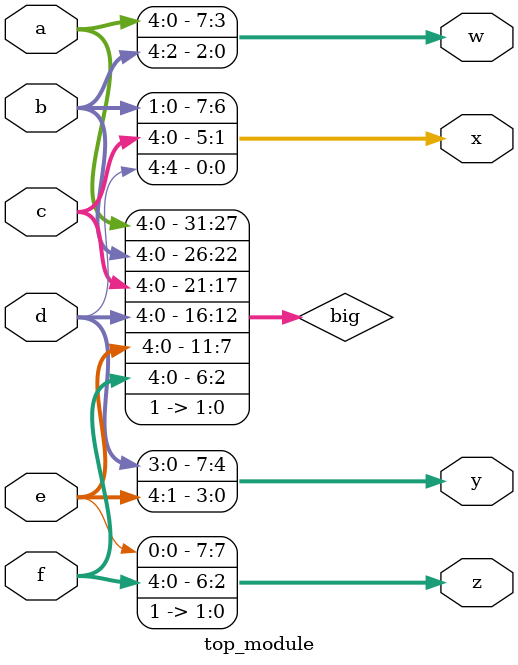
<source format=v>
module top_module(
    input [4:0] a,b,c,d,e,f,
    output[7:0] w,x,y,z);
    
    reg [31:0] big;
    
    assign big = {a,b,c,d,e,f,1'b1,1'b1};
    assign w = big[31:24];
    assign x = big[23:16];
    assign y = big[15:8];
    assign z = big[7:0];
endmodule
</source>
